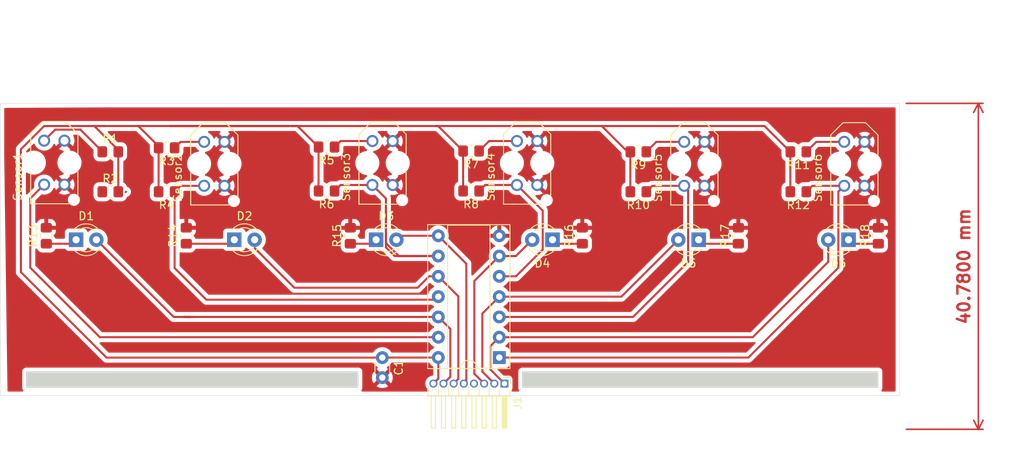
<source format=kicad_pcb>
(kicad_pcb (version 20240108) (generator "pcbnew") (generator_version "8.0")
  (layers (0 "F.Cu" signal) (31 "B.Cu" signal) (34 "B.Paste" user) (35 "F.Paste" user) (36 "B.SilkS" user "B.Silkscreen") (37 "F.SilkS" user "F.Silkscreen") (38 "B.Mask" user) (39 "F.Mask" user) (44 "Edge.Cuts" user))
  (net 0 "")
  (net 1 "vcc")
  (net 2 "GND")
  (net 3 "Net-(D1-K)")
  (net 4 "/Led_Sensor1")
  (net 5 "Net-(D2-K)")
  (net 6 "/Led_Sensor2")
  (net 7 "/Led_Sensor3")
  (net 8 "Net-(D3-K)")
  (net 9 "/Led_Sensor4")
  (net 10 "Net-(D4-K)")
  (net 11 "/Led_Sensor5")
  (net 12 "Net-(D5-K)")
  (net 13 "/Led_Sensor6")
  (net 14 "Net-(D6-K)")
  (net 15 "Net-(R1-Pad1)")
  (net 16 "/Sensor1")
  (net 17 "Net-(R3-Pad1)")
  (net 18 "/Sensor2")
  (net 19 "Net-(R5-Pad1)")
  (net 20 "/Sensor3")
  (net 21 "Net-(R7-Pad1)")
  (net 22 "/Sensor4")
  (net 23 "Net-(R9-Pad1)")
  (net 24 "/Sensor5")
  (net 25 "Net-(R11-Pad1)")
  (net 26 "/Sensor6")
  (footprint "Resistor_SMD:R_0805_2012Metric_Pad1.20x1.40mm_HandSolder" (layer "F.Cu") (at 127.1 38.9 180)
    (property "Reference" "R8" (at 0 -1.65 180) (layer "F.SilkS"))
    (property "Value" "10k")
    (fp_line (start -0.227064 0.735) (end 0.227064 0.735) (stroke (width 0.12)) (layer "F.SilkS"))
    (fp_line (start -0.227064 -0.735) (end 0.227064 -0.735) (stroke (width 0.12)) (layer "F.SilkS"))
    (pad "1" smd roundrect (at -1 0 180) (size 1.2 1.4) (layers "F.Cu" "F.Paste" "F.Mask") (roundrect_rratio 0.208333) (net 22 "/Sensor4"))
    (pad "2" smd roundrect (at 1 0 180) (size 1.2 1.4) (layers "F.Cu" "F.Paste" "F.Mask") (roundrect_rratio 0.208333) (net 1 "vcc"))
  )
  (footprint "Connector_PinHeader_1.27mm:PinHeader_1x08_P1.27mm_Horizontal" (layer "F.Cu") (at 131.27 63 -90)
    (property "Reference" "J1" (at 2.4325 -1.635 90) (layer "F.SilkS"))
    (property "Value" "Conn_01x08_Pin")
    (fp_line (start 0.44 9.585) (end 0.44 9.509677) (stroke (width 0.12)) (layer "F.SilkS"))
    (fp_line (start 1.56 9.585) (end 0.44 9.585) (stroke (width 0.12)) (layer "F.SilkS"))
    (fp_line (start 5.56 9.15) (end 1.56 9.15) (stroke (width 0.12)) (layer "F.SilkS"))
    (fp_line (start 1.56 8.63) (end 5.56 8.63) (stroke (width 0.12)) (layer "F.SilkS"))
    (fp_line (start 5.56 8.63) (end 5.56 9.15) (stroke (width 0.12)) (layer "F.SilkS"))
    (fp_line (start 0.44 8.255) (end 1.56 8.255) (stroke (width 0.12)) (layer "F.SilkS"))
    (fp_line (start 0.44 8.239677) (end 0.44 8.270323) (stroke (width 0.12)) (layer "F.SilkS"))
    (fp_line (start 5.56 7.88) (end 1.56 7.88) (stroke (width 0.12)) (layer "F.SilkS"))
    (fp_line (start 1.56 7.36) (end 5.56 7.36) (stroke (width 0.12)) (layer "F.SilkS"))
    (fp_line (start 5.56 7.36) (end 5.56 7.88) (stroke (width 0.12)) (layer "F.SilkS"))
    (fp_line (start 0.44 6.985) (end 1.56 6.985) (stroke (width 0.12)) (layer "F.SilkS"))
    (fp_line (start 0.44 6.969677) (end 0.44 7.000323) (stroke (width 0.12)) (layer "F.SilkS"))
    (fp_line (start 5.56 6.61) (end 1.56 6.61) (stroke (width 0.12)) (layer "F.SilkS"))
    (fp_line (start 1.56 6.09) (end 5.56 6.09) (stroke (width 0.12)) (layer "F.SilkS"))
    (fp_line (start 5.56 6.09) (end 5.56 6.61) (stroke (width 0.12)) (layer "F.SilkS"))
    (fp_line (start 0.44 5.715) (end 1.56 5.715) (stroke (width 0.12)) (layer "F.SilkS"))
    (fp_line (start 0.44 5.699677) (end 0.44 5.730323) (stroke (width 0.12)) (layer "F.SilkS"))
    (fp_line (start 5.56 5.34) (end 1.56 5.34) (stroke (width 0.12)) (layer "F.SilkS"))
    (fp_line (start 1.56 4.82) (end 5.56 4.82) (stroke (width 0.12)) (layer "F.SilkS"))
    (fp_line (start 5.56 4.82) (end 5.56 5.34) (stroke (width 0.12)) (layer "F.SilkS"))
    (fp_line (start 0.44 4.445) (end 1.56 4.445) (stroke (width 0.12)) (layer "F.SilkS"))
    (fp_line (start 0.44 4.429677) (end 0.44 4.460323) (stroke (width 0.12)) (layer "F.SilkS"))
    (fp_line (start 5.56 4.07) (end 1.56 4.07) (stroke (width 0.12)) (layer "F.SilkS"))
    (fp_line (start 1.56 3.55) (end 5.56 3.55) (stroke (width 0.12)) (layer "F.SilkS"))
    (fp_line (start 5.56 3.55) (end 5.56 4.07) (stroke (width 0.12)) (layer "F.SilkS"))
    (fp_line (start 0.44 3.175) (end 1.56 3.175) (stroke (width 0.12)) (layer "F.SilkS"))
    (fp_line (start 0.44 3.159677) (end 0.44 3.190323) (stroke (width 0.12)) (layer "F.SilkS"))
    (fp_line (start 5.56 2.8) (end 1.56 2.8) (stroke (width 0.12)) (layer "F.SilkS"))
    (fp_line (start 1.56 2.28) (end 5.56 2.28) (stroke (width 0.12)) (layer "F.SilkS"))
    (fp_line (start 5.56 2.28) (end 5.56 2.8) (stroke (width 0.12)) (layer "F.SilkS"))
    (fp_line (start 0.44 1.905) (end 1.56 1.905) (stroke (width 0.12)) (layer "F.SilkS"))
    (fp_line (start 0.44 1.889677) (end 0.44 1.920323) (stroke (width 0.12)) (layer "F.SilkS"))
    (fp_line (start 5.56 1.53) (end 1.56 1.53) (stroke (width 0.12)) (layer "F.SilkS"))
    (fp_line (start 1.56 1.01) (end 5.56 1.01) (stroke (width 0.12)) (layer "F.SilkS"))
    (fp_line (start 5.56 1.01) (end 5.56 1.53) (stroke (width 0.12)) (layer "F.SilkS"))
    (fp_line (start 0.76 0.635) (end 1.56 0.635) (stroke (width 0.12)) (layer "F.SilkS"))
    (fp_line (start 5.56 0.26) (end 1.56 0.26) (stroke (width 0.12)) (layer "F.SilkS"))
    (fp_line (start 1.56 0.16) (end 5.56 0.16) (stroke (width 0.12)) (layer "F.SilkS"))
    (fp_line (start 1.56 0.04) (end 5.56 0.04) (stroke (width 0.12)) (layer "F.SilkS"))
    (fp_line (start -0.76 0) (end -0.76 -0.76) (stroke (width 0.12)) (layer "F.SilkS"))
    (fp_line (start 1.56 -0.08) (end 5.56 -0.08) (stroke (width 0.12)) (layer "F.SilkS"))
    (fp_line (start 1.56 -0.2) (end 5.56 -0.2) (stroke (width 0.12)) (layer "F.SilkS"))
    (fp_line (start 1.56 -0.26) (end 5.56 -0.26) (stroke (width 0.12)) (layer "F.SilkS"))
    (fp_line (start 5.56 -0.26) (end 5.56 0.26) (stroke (width 0.12)) (layer "F.SilkS"))
    (fp_line (start 0.76 -0.695) (end 1.56 -0.695) (stroke (width 0.12)) (layer "F.SilkS"))
    (fp_line (start 1.56 -0.695) (end 1.56 9.585) (stroke (width 0.12)) (layer "F.SilkS"))
    (fp_line (start -0.76 -0.76) (end 0 -0.76) (stroke (width 0.12)) (layer "F.SilkS"))
    (pad "1" thru_hole rect (at 0 0 270) (size 1 1) (drill 0.65) (layers "*.Cu" "*.Mask") (net 13 "/Led_Sensor6"))
    (pad "2" thru_hole oval (at 0 1.27 270) (size 1 1) (drill 0.65) (layers "*.Cu" "*.Mask") (net 11 "/Led_Sensor5"))
    (pad "3" thru_hole oval (at 0 2.54 270) (size 1 1) (drill 0.65) (layers "*.Cu" "*.Mask") (net 9 "/Led_Sensor4"))
    (pad "4" thru_hole oval (at 0 3.81 270) (size 1 1) (drill 0.65) (layers "*.Cu" "*.Mask") (net 2 "GND"))
    (pad "5" thru_hole oval (at 0 5.08 270) (size 1 1) (drill 0.65) (layers "*.Cu" "*.Mask") (net 7 "/Led_Sensor3"))
    (pad "6" thru_hole oval (at 0 6.35 270) (size 1 1) (drill 0.65) (layers "*.Cu" "*.Mask") (net 6 "/Led_Sensor2"))
    (pad "7" thru_hole oval (at 0 7.62 270) (size 1 1) (drill 0.65) (layers "*.Cu" "*.Mask") (net 4 "/Led_Sensor1"))
    (pad "8" thru_hole oval (at 0 8.89 270) (size 1 1) (drill 0.65) (layers "*.Cu" "*.Mask") (net 1 "vcc"))
  )
  (footprint "TCRT5000:OPTO_TCRT5000" (layer "F.Cu") (at 116.03 35.4 90)
    (property "Reference" "Sensor3" (at -1.76355 -4.57476 90) (layer "F.SilkS") (effects (font (size 1.004126 1.004126))))
    (property "Value" "TCRT5000")
    (fp_line (start 3.6 -2.95) (end 1.17 -2.95) (stroke (width 0.127)) (layer "F.SilkS"))
    (fp_line (start 3.6 -2.95) (end 5.15 -1.4) (stroke (width 0.127)) (layer "F.SilkS"))
    (fp_line (start -5.15 -2.95) (end -1.17 -2.95) (stroke (width 0.127)) (layer "F.SilkS"))
    (fp_line (start 5.15 1.4) (end 5.15 -1.4) (stroke (width 0.127)) (layer "F.SilkS"))
    (fp_line (start -5.15 1.8) (end -5.15 -2.95) (stroke (width 0.127)) (layer "F.SilkS"))
    (fp_line (start 3.6 2.95) (end 5.15 1.4) (stroke (width 0.127)) (layer "F.SilkS"))
    (fp_line (start 1.17 2.95) (end 3.6 2.95) (stroke (width 0.127)) (layer "F.SilkS"))
    (fp_line (start -4 2.95) (end -1.17 2.95) (stroke (width 0.127)) (layer "F.SilkS"))
    (pad "" np_thru_hole circle (at -4.65 2.45 90) (size 1 1) (drill 1) (layers "*.Cu" "*.Mask"))
    (pad "" np_thru_hole circle (at 0 -1.9 90) (size 2.5 2.5) (drill 2.5) (layers "*.Cu" "*.Mask"))
    (pad "" np_thru_hole circle (at 0 1.9 90) (size 2.5 2.5) (drill 2.5) (layers "*.Cu" "*.Mask"))
    (pad "A" thru_hole circle (at 2.75 -1.27 90) (size 1.5 1.5) (drill 1) (layers "*.Cu" "*.Mask") (net 19 "Net-(R5-Pad1)"))
    (pad "CATH" thru_hole circle (at 2.75 1.27 90) (size 1.5 1.5) (drill 1) (layers "*.Cu" "*.Mask") (net 2 "GND"))
    (pad "COLL" thru_hole circle (at -2.75 -1.27 90) (size 1.5 1.5) (drill 1) (layers "*.Cu" "*.Mask") (net 20 "/Sensor3"))
    (pad "E" thru_hole circle (at -2.75 1.27 90) (size 1.5 1.5) (drill 1) (layers "*.Cu" "*.Mask") (net 2 "GND"))
  )
  (footprint "TCRT5000:OPTO_TCRT5000" (layer "F.Cu") (at 95 35.5 90)
    (property "Reference" "Sensor2" (at -1.76355 -4.57476 90) (layer "F.SilkS") (effects (font (size 1.004126 1.004126))))
    (property "Value" "TCRT5000")
    (fp_line (start 3.6 -2.95) (end 1.17 -2.95) (stroke (width 0.127)) (layer "F.SilkS"))
    (fp_line (start 3.6 -2.95) (end 5.15 -1.4) (stroke (width 0.127)) (layer "F.SilkS"))
    (fp_line (start -5.15 -2.95) (end -1.17 -2.95) (stroke (width 0.127)) (layer "F.SilkS"))
    (fp_line (start 5.15 1.4) (end 5.15 -1.4) (stroke (width 0.127)) (layer "F.SilkS"))
    (fp_line (start -5.15 1.8) (end -5.15 -2.95) (stroke (width 0.127)) (layer "F.SilkS"))
    (fp_line (start 3.6 2.95) (end 5.15 1.4) (stroke (width 0.127)) (layer "F.SilkS"))
    (fp_line (start 1.17 2.95) (end 3.6 2.95) (stroke (width 0.127)) (layer "F.SilkS"))
    (fp_line (start -4 2.95) (end -1.17 2.95) (stroke (width 0.127)) (layer "F.SilkS"))
    (pad "" np_thru_hole circle (at -4.65 2.45 90) (size 1 1) (drill 1) (layers "*.Cu" "*.Mask"))
    (pad "" np_thru_hole circle (at 0 -1.9 90) (size 2.5 2.5) (drill 2.5) (layers "*.Cu" "*.Mask"))
    (pad "" np_thru_hole circle (at 0 1.9 90) (size 2.5 2.5) (drill 2.5) (layers "*.Cu" "*.Mask"))
    (pad "A" thru_hole circle (at 2.75 -1.27 90) (size 1.5 1.5) (drill 1) (layers "*.Cu" "*.Mask") (net 17 "Net-(R3-Pad1)"))
    (pad "CATH" thru_hole circle (at 2.75 1.27 90) (size 1.5 1.5) (drill 1) (layers "*.Cu" "*.Mask") (net 2 "GND"))
    (pad "COLL" thru_hole circle (at -2.75 -1.27 90) (size 1.5 1.5) (drill 1) (layers "*.Cu" "*.Mask") (net 18 "/Sensor2"))
    (pad "E" thru_hole circle (at -2.75 1.27 90) (size 1.5 1.5) (drill 1) (layers "*.Cu" "*.Mask") (net 2 "GND"))
  )
  (footprint "Resistor_SMD:R_0805_2012Metric_Pad1.20x1.40mm_HandSolder" (layer "F.Cu") (at 112 44.5 90)
    (property "Reference" "R15" (at 0 -1.65 90) (layer "F.SilkS"))
    (property "Value" "1k")
    (fp_line (start -0.227064 -0.735) (end 0.227064 -0.735) (stroke (width 0.12)) (layer "F.SilkS"))
    (fp_line (start -0.227064 0.735) (end 0.227064 0.735) (stroke (width 0.12)) (layer "F.SilkS"))
    (pad "1" smd roundrect (at -1 0 90) (size 1.2 1.4) (layers "F.Cu" "F.Paste" "F.Mask") (roundrect_rratio 0.208333) (net 8 "Net-(D3-K)"))
    (pad "2" smd roundrect (at 1 0 90) (size 1.2 1.4) (layers "F.Cu" "F.Paste" "F.Mask") (roundrect_rratio 0.208333) (net 2 "GND"))
  )
  (footprint "Resistor_SMD:R_0805_2012Metric_Pad1.20x1.40mm_HandSolder" (layer "F.Cu") (at 127.1 33.9 180)
    (property "Reference" "R7" (at 0 -1.65 180) (layer "F.SilkS"))
    (property "Value" "10k")
    (fp_line (start -0.227064 0.735) (end 0.227064 0.735) (stroke (width 0.12)) (layer "F.SilkS"))
    (fp_line (start -0.227064 -0.735) (end 0.227064 -0.735) (stroke (width 0.12)) (layer "F.SilkS"))
    (pad "1" smd roundrect (at -1 0 180) (size 1.2 1.4) (layers "F.Cu" "F.Paste" "F.Mask") (roundrect_rratio 0.208333) (net 21 "Net-(R7-Pad1)"))
    (pad "2" smd roundrect (at 1 0 180) (size 1.2 1.4) (layers "F.Cu" "F.Paste" "F.Mask") (roundrect_rratio 0.208333) (net 1 "vcc"))
  )
  (footprint "TCRT5000:OPTO_TCRT5000" (layer "F.Cu") (at 175 35.5 90)
    (property "Reference" "Sensor6" (at -1.76355 -4.57476 90) (layer "F.SilkS") (effects (font (size 1.004126 1.004126))))
    (property "Value" "TCRT5000")
    (fp_line (start 3.6 -2.95) (end 1.17 -2.95) (stroke (width 0.127)) (layer "F.SilkS"))
    (fp_line (start 3.6 -2.95) (end 5.15 -1.4) (stroke (width 0.127)) (layer "F.SilkS"))
    (fp_line (start -5.15 -2.95) (end -1.17 -2.95) (stroke (width 0.127)) (layer "F.SilkS"))
    (fp_line (start 5.15 1.4) (end 5.15 -1.4) (stroke (width 0.127)) (layer "F.SilkS"))
    (fp_line (start -5.15 1.8) (end -5.15 -2.95) (stroke (width 0.127)) (layer "F.SilkS"))
    (fp_line (start 3.6 2.95) (end 5.15 1.4) (stroke (width 0.127)) (layer "F.SilkS"))
    (fp_line (start 1.17 2.95) (end 3.6 2.95) (stroke (width 0.127)) (layer "F.SilkS"))
    (fp_line (start -4 2.95) (end -1.17 2.95) (stroke (width 0.127)) (layer "F.SilkS"))
    (pad "" np_thru_hole circle (at -4.65 2.45 90) (size 1 1) (drill 1) (layers "*.Cu" "*.Mask"))
    (pad "" np_thru_hole circle (at 0 -1.9 90) (size 2.5 2.5) (drill 2.5) (layers "*.Cu" "*.Mask"))
    (pad "" np_thru_hole circle (at 0 1.9 90) (size 2.5 2.5) (drill 2.5) (layers "*.Cu" "*.Mask"))
    (pad "A" thru_hole circle (at 2.75 -1.27 90) (size 1.5 1.5) (drill 1) (layers "*.Cu" "*.Mask") (net 25 "Net-(R11-Pad1)"))
    (pad "CATH" thru_hole circle (at 2.75 1.27 90) (size 1.5 1.5) (drill 1) (layers "*.Cu" "*.Mask") (net 2 "GND"))
    (pad "COLL" thru_hole circle (at -2.75 -1.27 90) (size 1.5 1.5) (drill 1) (layers "*.Cu" "*.Mask") (net 26 "/Sensor6"))
    (pad "E" thru_hole circle (at -2.75 1.27 90) (size 1.5 1.5) (drill 1) (layers "*.Cu" "*.Mask") (net 2 "GND"))
  )
  (footprint "LED_THT:LED_D3.0mm" (layer "F.Cu") (at 97.5 45)
    (property "Reference" "D2" (at 1.27 -2.96 360) (layer "F.SilkS"))
    (property "Value" "LED")
    (fp_line (start -0.29 -1.236) (end -0.29 -1.08) (stroke (width 0.12)) (layer "F.SilkS"))
    (fp_line (start -0.29 1.08) (end -0.29 1.236) (stroke (width 0.12)) (layer "F.SilkS"))
    (fp_arc (start -0.29 -1.235516) (mid 1.366487 -1.987659) (end 2.942335 -1.078608) (stroke (width 0.12)) (layer "F.SilkS"))
    (fp_arc (start 0.229039 -1.08) (mid 1.270117 -1.5) (end 2.31113 -1.079837) (stroke (width 0.12)) (layer "F.SilkS"))
    (fp_arc (start 2.31113 1.079837) (mid 1.270117 1.5) (end 0.229039 1.08) (stroke (width 0.12)) (layer "F.SilkS"))
    (fp_arc (start 2.942335 1.078608) (mid 1.366487 1.987659) (end -0.29 1.235516) (stroke (width 0.12)) (layer "F.SilkS"))
    (pad "1" thru_hole rect (at 0 0) (size 1.8 1.8) (drill 0.9) (layers "*.Cu" "*.Mask") (net 5 "Net-(D2-K)"))
    (pad "2" thru_hole circle (at 2.54 0) (size 1.8 1.8) (drill 0.9) (layers "*.Cu" "*.Mask") (net 6 "/Led_Sensor2"))
  )
  (footprint "Resistor_SMD:R_0805_2012Metric_Pad1.20x1.40mm_HandSolder" (layer "F.Cu") (at 178 44.5 90)
    (property "Reference" "R18" (at 0 -1.65 90) (layer "F.SilkS"))
    (property "Value" "1k")
    (fp_line (start -0.227064 -0.735) (end 0.227064 -0.735) (stroke (width 0.12)) (layer "F.SilkS"))
    (fp_line (start -0.227064 0.735) (end 0.227064 0.735) (stroke (width 0.12)) (layer "F.SilkS"))
    (pad "1" smd roundrect (at -1 0 90) (size 1.2 1.4) (layers "F.Cu" "F.Paste" "F.Mask") (roundrect_rratio 0.208333) (net 14 "Net-(D6-K)"))
    (pad "2" smd roundrect (at 1 0 90) (size 1.2 1.4) (layers "F.Cu" "F.Paste" "F.Mask") (roundrect_rratio 0.208333) (net 2 "GND"))
  )
  (footprint "Resistor_SMD:R_0805_2012Metric_Pad1.20x1.40mm_HandSolder" (layer "F.Cu") (at 109.03 38.9 180)
    (property "Reference" "R6" (at 0 -1.65 180) (layer "F.SilkS"))
    (property "Value" "10k")
    (fp_line (start -0.227064 0.735) (end 0.227064 0.735) (stroke (width 0.12)) (layer "F.SilkS"))
    (fp_line (start -0.227064 -0.735) (end 0.227064 -0.735) (stroke (width 0.12)) (layer "F.SilkS"))
    (pad "1" smd roundrect (at -1 0 180) (size 1.2 1.4) (layers "F.Cu" "F.Paste" "F.Mask") (roundrect_rratio 0.208333) (net 20 "/Sensor3"))
    (pad "2" smd roundrect (at 1 0 180) (size 1.2 1.4) (layers "F.Cu" "F.Paste" "F.Mask") (roundrect_rratio 0.208333) (net 1 "vcc"))
  )
  (footprint "LED_THT:LED_D3.0mm" (layer "F.Cu") (at 115.225 45)
    (property "Reference" "D3" (at 1.27 -2.96 0) (layer "F.SilkS"))
    (property "Value" "LED")
    (fp_line (start -0.29 -1.236) (end -0.29 -1.08) (stroke (width 0.12)) (layer "F.SilkS"))
    (fp_line (start -0.29 1.08) (end -0.29 1.236) (stroke (width 0.12)) (layer "F.SilkS"))
    (fp_arc (start -0.29 -1.235516) (mid 1.366487 -1.987659) (end 2.942335 -1.078608) (stroke (width 0.12)) (layer "F.SilkS"))
    (fp_arc (start 0.229039 -1.08) (mid 1.270117 -1.5) (end 2.31113 -1.079837) (stroke (width 0.12)) (layer "F.SilkS"))
    (fp_arc (start 2.31113 1.079837) (mid 1.270117 1.5) (end 0.229039 1.08) (stroke (width 0.12)) (layer "F.SilkS"))
    (fp_arc (start 2.942335 1.078608) (mid 1.366487 1.987659) (end -0.29 1.235516) (stroke (width 0.12)) (layer "F.SilkS"))
    (pad "1" thru_hole rect (at 0 0) (size 1.8 1.8) (drill 0.9) (layers "*.Cu" "*.Mask") (net 8 "Net-(D3-K)"))
    (pad "2" thru_hole circle (at 2.54 0) (size 1.8 1.8) (drill 0.9) (layers "*.Cu" "*.Mask") (net 7 "/Led_Sensor3"))
  )
  (footprint "LED_THT:LED_D3.0mm" (layer "F.Cu") (at 174.275 45 180)
    (property "Reference" "D6" (at 1.27 -2.96 0) (layer "F.SilkS"))
    (property "Value" "LED")
    (fp_line (start -0.29 1.08) (end -0.29 1.236) (stroke (width 0.12)) (layer "F.SilkS"))
    (fp_line (start -0.29 -1.236) (end -0.29 -1.08) (stroke (width 0.12)) (layer "F.SilkS"))
    (fp_arc (start 2.942335 1.078608) (mid 1.366487 1.987659) (end -0.29 1.235516) (stroke (width 0.12)) (layer "F.SilkS"))
    (fp_arc (start 2.31113 1.079837) (mid 1.270117 1.5) (end 0.229039 1.08) (stroke (width 0.12)) (layer "F.SilkS"))
    (fp_arc (start 0.229039 -1.08) (mid 1.270117 -1.5) (end 2.31113 -1.079837) (stroke (width 0.12)) (layer "F.SilkS"))
    (fp_arc (start -0.29 -1.235516) (mid 1.366487 -1.987659) (end 2.942335 -1.078608) (stroke (width 0.12)) (layer "F.SilkS"))
    (pad "1" thru_hole rect (at 0 0 180) (size 1.8 1.8) (drill 0.9) (layers "*.Cu" "*.Mask") (net 14 "Net-(D6-K)"))
    (pad "2" thru_hole circle (at 2.54 0 180) (size 1.8 1.8) (drill 0.9) (layers "*.Cu" "*.Mask") (net 13 "/Led_Sensor6"))
  )
  (footprint "Resistor_SMD:R_0805_2012Metric_Pad1.20x1.40mm_HandSolder" (layer "F.Cu") (at 74 44.5 90)
    (property "Reference" "R13" (at 0 -1.65 90) (layer "F.SilkS"))
    (property "Value" "1k")
    (fp_line (start -0.227064 -0.735) (end 0.227064 -0.735) (stroke (width 0.12)) (layer "F.SilkS"))
    (fp_line (start -0.227064 0.735) (end 0.227064 0.735) (stroke (width 0.12)) (layer "F.SilkS"))
    (pad "1" smd roundrect (at -1 0 90) (size 1.2 1.4) (layers "F.Cu" "F.Paste" "F.Mask") (roundrect_rratio 0.208333) (net 3 "Net-(D1-K)"))
    (pad "2" smd roundrect (at 1 0 90) (size 1.2 1.4) (layers "F.Cu" "F.Paste" "F.Mask") (roundrect_rratio 0.208333) (net 2 "GND"))
  )
  (footprint "Resistor_SMD:R_0805_2012Metric_Pad1.20x1.40mm_HandSolder" (layer "F.Cu") (at 89.04 33.5 180)
    (property "Reference" "R3" (at 0 -1.65 180) (layer "F.SilkS"))
    (property "Value" "10k")
    (fp_line (start -0.227064 0.735) (end 0.227064 0.735) (stroke (width 0.12)) (layer "F.SilkS"))
    (fp_line (start -0.227064 -0.735) (end 0.227064 -0.735) (stroke (width 0.12)) (layer "F.SilkS"))
    (pad "1" smd roundrect (at -1 0 180) (size 1.2 1.4) (layers "F.Cu" "F.Paste" "F.Mask") (roundrect_rratio 0.208333) (net 17 "Net-(R3-Pad1)"))
    (pad "2" smd roundrect (at 1 0 180) (size 1.2 1.4) (layers "F.Cu" "F.Paste" "F.Mask") (roundrect_rratio 0.208333) (net 1 "vcc"))
  )
  (footprint "LED_THT:LED_D3.0mm" (layer "F.Cu") (at 137.275 45 180)
    (property "Reference" "D4" (at 1.27 -2.96 0) (layer "F.SilkS"))
    (property "Value" "LED")
    (fp_line (start -0.29 1.08) (end -0.29 1.236) (stroke (width 0.12)) (layer "F.SilkS"))
    (fp_line (start -0.29 -1.236) (end -0.29 -1.08) (stroke (width 0.12)) (layer "F.SilkS"))
    (fp_arc (start 2.942335 1.078608) (mid 1.366487 1.987659) (end -0.29 1.235516) (stroke (width 0.12)) (layer "F.SilkS"))
    (fp_arc (start 2.31113 1.079837) (mid 1.270117 1.5) (end 0.229039 1.08) (stroke (width 0.12)) (layer "F.SilkS"))
    (fp_arc (start 0.229039 -1.08) (mid 1.270117 -1.5) (end 2.31113 -1.079837) (stroke (width 0.12)) (layer "F.SilkS"))
    (fp_arc (start -0.29 -1.235516) (mid 1.366487 -1.987659) (end 2.942335 -1.078608) (stroke (width 0.12)) (layer "F.SilkS"))
    (pad "1" thru_hole rect (at 0 0 180) (size 1.8 1.8) (drill 0.9) (layers "*.Cu" "*.Mask") (net 10 "Net-(D4-K)"))
    (pad "2" thru_hole circle (at 2.54 0 180) (size 1.8 1.8) (drill 0.9) (layers "*.Cu" "*.Mask") (net 9 "/Led_Sensor4"))
  )
  (footprint "Resistor_SMD:R_0805_2012Metric_Pad1.20x1.40mm_HandSolder" (layer "F.Cu") (at 160.5 44.5 90)
    (property "Reference" "R17" (at 0 -1.65 90) (layer "F.SilkS"))
    (property "Value" "1k")
    (fp_line (start -0.227064 -0.735) (end 0.227064 -0.735) (stroke (width 0.12)) (layer "F.SilkS"))
    (fp_line (start -0.227064 0.735) (end 0.227064 0.735) (stroke (width 0.12)) (layer "F.SilkS"))
    (pad "1" smd roundrect (at -1 0 90) (size 1.2 1.4) (layers "F.Cu" "F.Paste" "F.Mask") (roundrect_rratio 0.208333) (net 12 "Net-(D5-K)"))
    (pad "2" smd roundrect (at 1 0 90) (size 1.2 1.4) (layers "F.Cu" "F.Paste" "F.Mask") (roundrect_rratio 0.208333) (net 2 "GND"))
  )
  (footprint "Resistor_SMD:R_0805_2012Metric_Pad1.20x1.40mm_HandSolder" (layer "F.Cu") (at 148 39 180)
    (property "Reference" "R10" (at 0 -1.65 180) (layer "F.SilkS"))
    (property "Value" "10k")
    (fp_line (start -0.227064 0.735) (end 0.227064 0.735) (stroke (width 0.12)) (layer "F.SilkS"))
    (fp_line (start -0.227064 -0.735) (end 0.227064 -0.735) (stroke (width 0.12)) (layer "F.SilkS"))
    (pad "1" smd roundrect (at -1 0 180) (size 1.2 1.4) (layers "F.Cu" "F.Paste" "F.Mask") (roundrect_rratio 0.208333) (net 24 "/Sensor5"))
    (pad "2" smd roundrect (at 1 0 180) (size 1.2 1.4) (layers "F.Cu" "F.Paste" "F.Mask") (roundrect_rratio 0.208333) (net 1 "vcc"))
  )
  (footprint "Resistor_SMD:R_0805_2012Metric_Pad1.20x1.40mm_HandSolder" (layer "F.Cu") (at 91.5 44.5 90)
    (property "Reference" "R14" (at 0 -1.65 90) (layer "F.SilkS"))
    (property "Value" "1k")
    (fp_line (start -0.227064 -0.735) (end 0.227064 -0.735) (stroke (width 0.12)) (layer "F.SilkS"))
    (fp_line (start -0.227064 0.735) (end 0.227064 0.735) (stroke (width 0.12)) (layer "F.SilkS"))
    (pad "1" smd roundrect (at -1 0 90) (size 1.2 1.4) (layers "F.Cu" "F.Paste" "F.Mask") (roundrect_rratio 0.208333) (net 5 "Net-(D2-K)"))
    (pad "2" smd roundrect (at 1 0 90) (size 1.2 1.4) (layers "F.Cu" "F.Paste" "F.Mask") (roundrect_rratio 0.208333) (net 2 "GND"))
  )
  (footprint "Resistor_SMD:R_0805_2012Metric_Pad1.20x1.40mm_HandSolder" (layer "F.Cu") (at 141 44.5 90)
    (property "Reference" "R16" (at 0 -1.65 90) (layer "F.SilkS"))
    (property "Value" "1k")
    (fp_line (start -0.227064 -0.735) (end 0.227064 -0.735) (stroke (width 0.12)) (layer "F.SilkS"))
    (fp_line (start -0.227064 0.735) (end 0.227064 0.735) (stroke (width 0.12)) (layer "F.SilkS"))
    (pad "1" smd roundrect (at -1 0 90) (size 1.2 1.4) (layers "F.Cu" "F.Paste" "F.Mask") (roundrect_rratio 0.208333) (net 10 "Net-(D4-K)"))
    (pad "2" smd roundrect (at 1 0 90) (size 1.2 1.4) (layers "F.Cu" "F.Paste" "F.Mask") (roundrect_rratio 0.208333) (net 2 "GND"))
  )
  (footprint "Resistor_SMD:R_0805_2012Metric_Pad1.20x1.40mm_HandSolder" (layer "F.Cu") (at 82 39)
    (property "Reference" "R2" (at 0 -1.65 0) (layer "F.SilkS"))
    (property "Value" "10k")
    (fp_line (start -0.227064 -0.735) (end 0.227064 -0.735) (stroke (width 0.12)) (layer "F.SilkS"))
    (fp_line (start -0.227064 0.735) (end 0.227064 0.735) (stroke (width 0.12)) (layer "F.SilkS"))
    (pad "1" smd roundrect (at -1 0) (size 1.2 1.4) (layers "F.Cu" "F.Paste" "F.Mask") (roundrect_rratio 0.208333) (net 16 "/Sensor1"))
    (pad "2" smd roundrect (at 1 0) (size 1.2 1.4) (layers "F.Cu" "F.Paste" "F.Mask") (roundrect_rratio 0.208333) (net 1 "vcc"))
  )
  (footprint "Resistor_SMD:R_0805_2012Metric_Pad1.20x1.40mm_HandSolder" (layer "F.Cu") (at 109.03 33.4 180)
    (property "Reference" "R5" (at 0 -1.65 360) (layer "F.SilkS"))
    (property "Value" "10k")
    (fp_line (start -0.227064 0.735) (end 0.227064 0.735) (stroke (width 0.12)) (layer "F.SilkS"))
    (fp_line (start -0.227064 -0.735) (end 0.227064 -0.735) (stroke (width 0.12)) (layer "F.SilkS"))
    (pad "1" smd roundrect (at -1 0 180) (size 1.2 1.4) (layers "F.Cu" "F.Paste" "F.Mask") (roundrect_rratio 0.208333) (net 19 "Net-(R5-Pad1)"))
    (pad "2" smd roundrect (at 1 0 180) (size 1.2 1.4) (layers "F.Cu" "F.Paste" "F.Mask") (roundrect_rratio 0.208333) (net 1 "vcc"))
  )
  (footprint "TCRT5000:OPTO_TCRT5000" (layer "F.Cu") (at 155 35.5 90)
    (property "Reference" "Sensor5" (at -1.76355 -4.57476 90) (layer "F.SilkS") (effects (font (size 1.004126 1.004126))))
    (property "Value" "TCRT5000")
    (fp_line (start 3.6 -2.95) (end 1.17 -2.95) (stroke (width 0.127)) (layer "F.SilkS"))
    (fp_line (start 3.6 -2.95) (end 5.15 -1.4) (stroke (width 0.127)) (layer "F.SilkS"))
    (fp_line (start -5.15 -2.95) (end -1.17 -2.95) (stroke (width 0.127)) (layer "F.SilkS"))
    (fp_line (start 5.15 1.4) (end 5.15 -1.4) (stroke (width 0.127)) (layer "F.SilkS"))
    (fp_line (start -5.15 1.8) (end -5.15 -2.95) (stroke (width 0.127)) (layer "F.SilkS"))
    (fp_line (start 3.6 2.95) (end 5.15 1.4) (stroke (width 0.127)) (layer "F.SilkS"))
    (fp_line (start 1.17 2.95) (end 3.6 2.95) (stroke (width 0.127)) (layer "F.SilkS"))
    (fp_line (start -4 2.95) (end -1.17 2.95) (stroke (width 0.127)) (layer "F.SilkS"))
    (pad "" np_thru_hole circle (at -4.65 2.45 90) (size 1 1) (drill 1) (layers "*.Cu" "*.Mask"))
    (pad "" np_thru_hole circle (at 0 -1.9 90) (size 2.5 2.5) (drill 2.5) (layers "*.Cu" "*.Mask"))
    (pad "" np_thru_hole circle (at 0 1.9 90) (size 2.5 2.5) (drill 2.5) (layers "*.Cu" "*.Mask"))
    (pad "A" thru_hole circle (at 2.75 -1.27 90) (size 1.5 1.5) (drill 1) (layers "*.Cu" "*.Mask") (net 23 "Net-(R9-Pad1)"))
    (pad "CATH" thru_hole circle (at 2.75 1.27 90) (size 1.5 1.5) (drill 1) (layers "*.Cu" "*.Mask") (net 2 "GND"))
    (pad "COLL" thru_hole circle (at -2.75 -1.27 90) (size 1.5 1.5) (drill 1) (layers "*.Cu" "*.Mask") (net 24 "/Sensor5"))
    (pad "E" thru_hole circle (at -2.75 1.27 90) (size 1.5 1.5) (drill 1) (layers "*.Cu" "*.Mask") (net 2 "GND"))
  )
  (footprint "Resistor_SMD:R_0805_2012Metric_Pad1.20x1.40mm_HandSolder" (layer "F.Cu") (at 89.04 39 180)
    (property "Reference" "R4" (at 0 -1.65 180) (layer "F.SilkS"))
    (property "Value" "10k")
    (fp_line (start -0.227064 0.735) (end 0.227064 0.735) (stroke (width 0.12)) (layer "F.SilkS"))
    (fp_line (start -0.227064 -0.735) (end 0.227064 -0.735) (stroke (width 0.12)) (layer "F.SilkS"))
    (pad "1" smd roundrect (at -1 0 180) (size 1.2 1.4) (layers "F.Cu" "F.Paste" "F.Mask") (roundrect_rratio 0.208333) (net 18 "/Sensor2"))
    (pad "2" smd roundrect (at 1 0 180) (size 1.2 1.4) (layers "F.Cu" "F.Paste" "F.Mask") (roundrect_rratio 0.208333) (net 1 "vcc"))
  )
  (footprint "Package_DIP:DIP-14_W7.62mm_Socket" (layer "F.Cu") (at 130.62 59.74 180)
    (property "Reference" "U1" (hide yes))
    (property "Value" "74HC14DR2G")
    (fp_line (start 8.95 16.63) (end 8.95 -1.39) (stroke (width 0.12)) (layer "F.SilkS"))
    (fp_line (start 8.95 -1.39) (end -1.33 -1.39) (stroke (width 0.12)) (layer "F.SilkS"))
    (fp_line (start 6.46 16.57) (end 6.46 -1.33) (stroke (width 0.12)) (layer "F.SilkS"))
    (fp_line (start 6.46 -1.33) (end 4.81 -1.33) (stroke (width 0.12)) (layer "F.SilkS"))
    (fp_line (start 2.81 -1.33) (end 1.16 -1.33) (stroke (width 0.12)) (layer "F.SilkS"))
    (fp_line (start 1.16 16.57) (end 6.46 16.57) (stroke (width 0.12)) (layer "F.SilkS"))
    (fp_line (start 1.16 -1.33) (end 1.16 16.57) (stroke (width 0.12)) (layer "F.SilkS"))
    (fp_line (start -1.33 16.63) (end 8.95 16.63) (stroke (width 0.12)) (layer "F.SilkS"))
    (fp_line (start -1.33 -1.39) (end -1.33 16.63) (stroke (width 0.12)) (layer "F.SilkS"))
    (fp_arc (start 4.81 -1.33) (mid 3.81 -0.33) (end 2.81 -1.33) (stroke (width 0.12)) (layer "F.SilkS"))
    (pad "1" thru_hole rect (at 0 0 180) (size 1.6 1.6) (drill 0.8) (layers "*.Cu" "*.Mask") (net 26 "/Sensor6"))
    (pad "2" thru_hole oval (at 0 2.54 180) (size 1.6 1.6) (drill 0.8) (layers "*.Cu" "*.Mask") (net 13 "/Led_Sensor6"))
    (pad "3" thru_hole oval (at 0 5.08 180) (size 1.6 1.6) (drill 0.8) (layers "*.Cu" "*.Mask") (net 24 "/Sensor5"))
    (pad "4" thru_hole oval (at 0 7.62 180) (size 1.6 1.6) (drill 0.8) (layers "*.Cu" "*.Mask") (net 11 "/Led_Sensor5"))
    (pad "5" thru_hole oval (at 0 10.16 180) (size 1.6 1.6) (drill 0.8) (layers "*.Cu" "*.Mask") (net 22 "/Sensor4"))
    (pad "6" thru_hole oval (at 0 12.7 180) (size 1.6 1.6) (drill 0.8) (layers "*.Cu" "*.Mask") (net 9 "/Led_Sensor4"))
    (pad "7" thru_hole oval (at 0 15.24 180) (size 1.6 1.6) (drill 0.8) (layers "*.Cu" "*.Mask") (net 2 "GND"))
    (pad "8" thru_hole oval (at 7.62 15.24 180) (size 1.6 1.6) (drill 0.8) (layers "*.Cu" "*.Mask") (net 7 "/Led_Sensor3"))
    (pad "9" thru_hole oval (at 7.62 12.7 180) (size 1.6 1.6) (drill 0.8) (layers "*.Cu" "*.Mask") (net 20 "/Sensor3"))
    (pad "10" thru_hole oval (at 7.62 10.16 180) (size 1.6 1.6) (drill 0.8) (layers "*.Cu" "*.Mask") (net 6 "/Led_Sensor2"))
    (pad "11" thru_hole oval (at 7.62 7.62 180) (size 1.6 1.6) (drill 0.8) (layers "*.Cu" "*.Mask") (net 18 "/Sensor2"))
    (pad "12" thru_hole oval (at 7.62 5.08 180) (size 1.6 1.6) (drill 0.8) (layers "*.Cu" "*.Mask") (net 4 "/Led_Sensor1"))
    (pad "13" thru_hole oval (at 7.62 2.54 180) (size 1.6 1.6) (drill 0.8) (layers "*.Cu" "*.Mask") (net 16 "/Sensor1"))
    (pad "14" thru_hole oval (at 7.62 0 180) (size 1.6 1.6) (drill 0.8) (layers "*.Cu" "*.Mask") (net 1 "vcc"))
  )
  (footprint "Capacitor_THT:C_Disc_D3.0mm_W1.6mm_P2.50mm" (layer "F.Cu") (at 116 59.75 -90)
    (property "Reference" "C1" (at 1.25 -2.05 90) (layer "F.SilkS"))
    (property "Value" "C")
    (fp_line (start 0.621 0.92) (end 1.879 0.92) (stroke (width 0.12)) (layer "F.SilkS"))
    (fp_line (start 0.621 -0.92) (end 1.879 -0.92) (stroke (width 0.12)) (layer "F.SilkS"))
    (pad "1" thru_hole circle (at 0 0 270) (size 1.6 1.6) (drill 0.8) (layers "*.Cu" "*.Mask") (net 1 "vcc"))
    (pad "2" thru_hole circle (at 2.5 0 270) (size 1.6 1.6) (drill 0.8) (layers "*.Cu" "*.Mask") (net 2 "GND"))
  )
  (footprint "Resistor_SMD:R_0805_2012Metric_Pad1.20x1.40mm_HandSolder" (layer "F.Cu") (at 82 34)
    (property "Reference" "R1" (at 0 -1.65 0) (layer "F.SilkS"))
    (property "Value" "10k")
    (fp_line (start -0.227064 -0.735) (end 0.227064 -0.735) (stroke (width 0.12)) (layer "F.SilkS"))
    (fp_line (start -0.227064 0.735) (end 0.227064 0.735) (stroke (width 0.12)) (layer "F.SilkS"))
    (pad "1" smd roundrect (at -1 0) (size 1.2 1.4) (layers "F.Cu" "F.Paste" "F.Mask") (roundrect_rratio 0.208333) (net 15 "Net-(R1-Pad1)"))
    (pad "2" smd roundrect (at 1 0) (size 1.2 1.4) (layers "F.Cu" "F.Paste" "F.Mask") (roundrect_rratio 0.208333) (net 1 "vcc"))
  )
  (footprint "LED_THT:LED_D3.0mm" (layer "F.Cu") (at 155.54 45 180)
    (property "Reference" "D5" (at 1.27 -2.96 0) (layer "F.SilkS"))
    (property "Value" "LED")
    (fp_line (start -0.29 1.08) (end -0.29 1.236) (stroke (width 0.12)) (layer "F.SilkS"))
    (fp_line (start -0.29 -1.236) (end -0.29 -1.08) (stroke (width 0.12)) (layer "F.SilkS"))
    (fp_arc (start 2.942335 1.078608) (mid 1.366487 1.987659) (end -0.29 1.235516) (stroke (width 0.12)) (layer "F.SilkS"))
    (fp_arc (start 2.31113 1.079837) (mid 1.270117 1.5) (end 0.229039 1.08) (stroke (width 0.12)) (layer "F.SilkS"))
    (fp_arc (start 0.229039 -1.08) (mid 1.270117 -1.5) (end 2.31113 -1.079837) (stroke (width 0.12)) (layer "F.SilkS"))
    (fp_arc (start -0.29 -1.235516) (mid 1.366487 -1.987659) (end 2.942335 -1.078608) (stroke (width 0.12)) (layer "F.SilkS"))
    (pad "1" thru_hole rect (at 0 0 180) (size 1.8 1.8) (drill 0.9) (layers "*.Cu" "*.Mask") (net 12 "Net-(D5-K)"))
    (pad "2" thru_hole circle (at 2.54 0 180) (size 1.8 1.8) (drill 0.9) (layers "*.Cu" "*.Mask") (net 11 "/Led_Sensor5"))
  )
  (footprint "Resistor_SMD:R_0805_2012Metric_Pad1.20x1.40mm_HandSolder" (layer "F.Cu") (at 148 34 180)
    (property "Reference" "R9" (at 0 -1.65 180) (layer "F.SilkS"))
    (property "Value" "10k")
    (fp_line (start -0.227064 0.735) (end 0.227064 0.735) (stroke (width 0.12)) (layer "F.SilkS"))
    (fp_line (start -0.227064 -0.735) (end 0.227064 -0.735) (stroke (width 0.12)) (layer "F.SilkS"))
    (pad "1" smd roundrect (at -1 0 180) (size 1.2 1.4) (layers "F.Cu" "F.Paste" "F.Mask") (roundrect_rratio 0.208333) (net 23 "Net-(R9-Pad1)"))
    (pad "2" smd roundrect (at 1 0 180) (size 1.2 1.4) (layers "F.Cu" "F.Paste" "F.Mask") (roundrect_rratio 0.208333) (net 1 "vcc"))
  )
  (footprint "LED_THT:LED_D3.0mm" (layer "F.Cu") (at 77.725 45)
    (property "Reference" "D1" (at 1.27 -2.96 360) (layer "F.SilkS"))
    (property "Value" "LED")
    (fp_line (start -0.29 -1.236) (end -0.29 -1.08) (stroke (width 0.12)) (layer "F.SilkS"))
    (fp_line (start -0.29 1.08) (end -0.29 1.236) (stroke (width 0.12)) (layer "F.SilkS"))
    (fp_arc (start -0.29 -1.235516) (mid 1.366487 -1.987659) (end 2.942335 -1.078608) (stroke (width 0.12)) (layer "F.SilkS"))
    (fp_arc (start 0.229039 -1.08) (mid 1.270117 -1.5) (end 2.31113 -1.079837) (stroke (width 0.12)) (layer "F.SilkS"))
    (fp_arc (start 2.31113 1.079837) (mid 1.270117 1.5) (end 0.229039 1.08) (stroke (width 0.12)) (layer "F.SilkS"))
    (fp_arc (start 2.942335 1.078608) (mid 1.366487 1.987659) (end -0.29 1.235516) (stroke (width 0.12)) (layer "F.SilkS"))
    (pad "1" thru_hole rect (at 0 0) (size 1.8 1.8) (drill 0.9) (layers "*.Cu" "*.Mask") (net 3 "Net-(D1-K)"))
    (pad "2" thru_hole circle (at 2.54 0) (size 1.8 1.8) (drill 0.9) (layers "*.Cu" "*.Mask") (net 4 "/Led_Sensor1"))
  )
  (footprint "TCRT5000:OPTO_TCRT5000" (layer "F.Cu") (at 75 35.35 90)
    (property "Reference" "Sensor1" (at -1.76355 -4.57476 90) (layer "F.SilkS") (effects (font (size 1.004126 1.004126))))
    (property "Value" "TCRT5000")
    (fp_line (start 3.6 -2.95) (end 1.17 -2.95) (stroke (width 0.127)) (layer "F.SilkS"))
    (fp_line (start 3.6 -2.95) (end 5.15 -1.4) (stroke (width 0.127)) (layer "F.SilkS"))
    (fp_line (start -5.15 -2.95) (end -1.17 -2.95) (stroke (width 0.127)) (layer "F.SilkS"))
    (fp_line (start 5.15 1.4) (end 5.15 -1.4) (stroke (width 0.127)) (layer "F.SilkS"))
    (fp_line (start -5.15 1.8) (end -5.15 -2.95) (stroke (width 0.127)) (layer "F.SilkS"))
    (fp_line (start 3.6 2.95) (end 5.15 1.4) (stroke (width 0.127)) (layer "F.SilkS"))
    (fp_line (start 1.17 2.95) (end 3.6 2.95) (stroke (width 0.127)) (layer "F.SilkS"))
    (fp_line (start -4 2.95) (end -1.17 2.95) (stroke (width 0.127)) (layer "F.SilkS"))
    (pad "" np_thru_hole circle (at -4.65 2.45 90) (size 1 1) (drill 1) (layers "*.Cu" "*.Mask"))
    (pad "" np_thru_hole circle (at 0 -2.55 90) (size 2.5 2.5) (drill 2.5) (layers "F&B.Cu" "*.Mask"))
    (pad "" np_thru_hole circle (at 0 1.9 90) (size 2.5 2.5) (drill 2.5) (layers "*.Cu" "*.Mask"))
    (pad "A" thru_hole circle (at 2.75 -1.27 90) (size 1.5 1.5) (drill 1) (layers "*.Cu" "*.Mask") (net 15 "Net-(R1-Pad1)"))
    (pad "CATH" thru_hole circle (at 2.75 1.27 90) (size 1.5 1.5) (drill 1) (layers "*.Cu" "*.Mask") (net 2 "GND"))
    (pad "COLL" thru_hole circle (at -2.75 -1.27 90) (size 1.5 1.5) (drill 1) (layers "*.Cu" "*.Mask") (net 16 "/Sensor1"))
    (pad "E" thru_hole circle (at -2.75 1.27 90) (size 1.5 1.5) (drill 1) (layers "*.Cu" "*.Mask") (net 2 "GND"))
  )
  (footprint "Resistor_SMD:R_0805_2012Metric_Pad1.20x1.40mm_HandSolder" (layer "F.Cu") (at 168 39 180)
    (property "Reference" "R12" (at 0 -1.65 360) (layer "F.SilkS"))
    (property "Value" "10k")
    (fp_line (start -0.227064 0.735) (end 0.227064 0.735) (stroke (width 0.12)) (layer "F.SilkS"))
    (fp_line (start -0.227064 -0.735) (end 0.227064 -0.735) (stroke (width 0.12)) (layer "F.SilkS"))
    (pad "1" smd roundrect (at -1 0 180) (size 1.2 1.4) (layers "F.Cu" "F.Paste" "F.Mask") (roundrect_rratio 0.208333) (net 26 "/Sensor6"))
    (pad "2" smd roundrect (at 1 0 180) (size 1.2 1.4) (layers "F.Cu" "F.Paste" "F.Mask") (roundrect_rratio 0.208333) (net 1 "vcc"))
  )
  (footprint "Resistor_SMD:R_0805_2012Metric_Pad1.20x1.40mm_HandSolder" (layer "F.Cu") (at 168 34 180)
    (property "Reference" "R11" (at 0 -1.65 180) (layer "F.SilkS"))
    (property "Value" "10k")
    (fp_line (start -0.227064 0.735) (end 0.227064 0.735) (stroke (width 0.12)) (layer "F.SilkS"))
    (fp_line (start -0.227064 -0.735) (end 0.227064 -0.735) (stroke (width 0.12)) (layer "F.SilkS"))
    (pad "1" smd roundrect (at -1 0 180) (size 1.2 1.4) (layers "F.Cu" "F.Paste" "F.Mask") (roundrect_rratio 0.208333) (net 25 "Net-(R11-Pad1)"))
    (pad "2" smd roundrect (at 1 0 180) (size 1.2 1.4) (layers "F.Cu" "F.Paste" "F.Mask") (roundrect_rratio 0.208333) (net 1 "vcc"))
  )
  (footprint "TCRT5000:OPTO_TCRT5000" (layer "F.Cu") (at 134.1 35.4 90)
    (property "Reference" "Sensor4" (at -1.76355 -4.57476 90) (layer "F.SilkS") (effects (font (size 1.004126 1.004126))))
    (property "Value" "TCRT5000")
    (fp_line (start 3.6 -2.95) (end 1.17 -2.95) (stroke (width 0.127)) (layer "F.SilkS"))
    (fp_line (start 3.6 -2.95) (end 5.15 -1.4) (stroke (width 0.127)) (layer "F.SilkS"))
    (fp_line (start -5.15 -2.95) (end -1.17 -2.95) (stroke (width 0.127)) (layer "F.SilkS"))
    (fp_line (start 5.15 1.4) (end 5.15 -1.4) (stroke (width 0.127)) (layer "F.SilkS"))
    (fp_line (start -5.15 1.8) (end -5.15 -2.95) (stroke (width 0.127)) (layer "F.SilkS"))
    (fp_line (start 3.6 2.95) (end 5.15 1.4) (stroke (width 0.127)) (layer "F.SilkS"))
    (fp_line (start 1.17 2.95) (end 3.6 2.95) (stroke (width 0.127)) (layer "F.SilkS"))
    (fp_line (start -4 2.95) (end -1.17 2.95) (stroke (width 0.127)) (layer "F.SilkS"))
    (pad "" np_thru_hole circle (at -4.65 2.45 90) (size 1 1) (drill 1) (layers "*.Cu" "*.Mask"))
    (pad "" np_thru_hole circle (at 0 -1.9 90) (size 2.5 2.5) (drill 2.5) (layers "*.Cu" "*.Mask"))
    (pad "" np_thru_hole circle (at 0 1.9 90) (size 2.5 2.5) (drill 2.5) (layers "*.Cu" "*.Mask"))
    (pad "A" thru_hole circle (at 2.75 -1.27 90) (size 1.5 1.5) (drill 1) (layers "*.Cu" "*.Mask") (net 21 "Net-(R7-Pad1)"))
    (pad "CATH" thru_hole circle (at 2.75 1.27 90) (size 1.5 1.5) (drill 1) (layers "*.Cu" "*.Mask") (net 2 "GND"))
    (pad "COLL" thru_hole circle (at -2.75 -1.27 90) (size 1.5 1.5) (drill 1) (layers "*.Cu" "*.Mask") (net 22 "/Sensor4"))
    (pad "E" thru_hole circle (at -2.75 1.27 90) (size 1.5 1.5) (drill 1) (layers "*.Cu" "*.Mask") (net 2 "GND"))
  )
  (gr_rect (start 68.24 27.94) (end 180.66 64.5) (stroke (width 0.05)) (fill none) (layer "Edge.Cuts"))
  (gr_rect (start 71.5 61.5) (end 113 63.5) (stroke (width 0.05)) (fill solid) (layer "Edge.Cuts"))
  (gr_rect (start 133.5 61.5) (end 178 63.5) (stroke (width 0.05)) (fill solid) (layer "Edge.Cuts"))
  (dimension (type aligned) (layer "F.Cu") (pts (xy 181 27.94) (xy 181 68.72)) (height -9.5) (gr_text "40,7800 mm" (at 188.7 48.33 90) (layer "F.Cu") (effects (font (size 1.5 1.5) (thickness 0.3)))) (format (prefix "") (suffix "") (units 3) (units_format 1) (precision 4)) (style (thickness 0.2) (arrow_length 1.27) (text_position_mode 0) (extension_height 0.58642) (extension_offset 0.5) keep_text_aligned))
  (segment (start 85.5 30.77) (end 89.5 30.77) (width 0.25) (layer "F.Cu") (net 1))
  (segment (start 83 33.77) (end 80 30.77) (width 0.25) (layer "F.Cu") (net 1))
  (segment (start 81.525 59.75) (end 116 59.75) (width 0.25) (layer "F.Cu") (net 1))
  (segment (start 89.5 30.77) (end 122.7 30.77) (width 0.25) (layer "F.Cu") (net 1))
  (segment (start 81.23 30.77) (end 80 30.77) (width 0.25) (layer "F.Cu") (net 1))
  (segment (start 126.1 33.9) (end 126.1 38.9) (width 0.25) (layer "F.Cu") (net 1))
  (segment (start 163.77 30.77) (end 122.7 30.77) (width 0.25) (layer "F.Cu") (net 1))
  (segment (start 167 34) (end 163.77 30.77) (width 0.25) (layer "F.Cu") (net 1))
  (segment (start 73.73 30.77) (end 70.825 33.675) (width 0.25) (layer "F.Cu") (net 1))
  (segment (start 89.5 30.77) (end 104.27 30.77) (width 0.25) (layer "F.Cu") (net 1))
  (segment (start 105.4 30.77) (end 108.03 33.4) (width 0.25) (layer "F.Cu") (net 1))
  (segment (start 126.1 33.9) (end 122.97 30.77) (width 0.25) (layer "F.Cu") (net 1))
  (segment (start 83.92 39.04) (end 83.96 39) (width 0.25) (layer "F.Cu") (net 1))
  (segment (start 70.825 49.05) (end 81.525 59.75) (width 0.25) (layer "F.Cu") (net 1))
  (segment (start 81.23 30.77) (end 85.5 30.77) (width 0.25) (layer "F.Cu") (net 1))
  (segment (start 167 34) (end 167 39) (width 0.25) (layer "F.Cu") (net 1))
  (segment (start 143.43 30.77) (end 146.66 34) (width 0.25) (layer "F.Cu") (net 1))
  (segment (start 123 59.74) (end 116.01 59.74) (width 0.25) (layer "F.Cu") (net 1))
  (segment (start 122.97 30.77) (end 122.7 30.77) (width 0.25) (layer "F.Cu") (net 1))
  (segment (start 123 62.38) (end 123 59.74) (width 0.25) (layer "F.Cu") (net 1))
  (segment (start 80 30.77) (end 73.73 30.77) (width 0.25) (layer "F.Cu") (net 1))
  (segment (start 88.04 33.5) (end 88.04 33.31) (width 0.25) (layer "F.Cu") (net 1))
  (segment (start 88.04 39) (end 88.04 33.5) (width 0.25) (layer "F.Cu") (net 1))
  (segment (start 88.04 33.31) (end 85.5 30.77) (width 0.25) (layer "F.Cu") (net 1))
  (segment (start 70.825 33.675) (end 70.825 49.05) (width 0.25) (layer "F.Cu") (net 1))
  (segment (start 116.01 59.74) (end 116 59.75) (width 0.25) (layer "F.Cu") (net 1))
  (segment (start 83 39) (end 83 33.77) (width 0.25) (layer "F.Cu") (net 1))
  (segment (start 147 34) (end 147 39) (width 0.25) (layer "F.Cu") (net 1))
  (segment (start 122.38 63) (end 123 62.38) (width 0.25) (layer "F.Cu") (net 1))
  (segment (start 108.03 33.4) (end 108.03 38.9) (width 0.25) (layer "F.Cu") (net 1))
  (segment (start 167 34) (end 166.5 34) (width 0.25) (layer "F.Cu") (net 1))
  (segment (start 104.63 30.77) (end 105.4 30.77) (width 0.25) (layer "F.Cu") (net 1))
  (segment (start 130 44.5) (end 130.62 44.5) (width 0.25) (layer "F.Cu") (net 2))
  (segment (start 74 45.5) (end 77.225 45.5) (width 0.25) (layer "F.Cu") (net 3))
  (segment (start 77.225 45.5) (end 77.725 45) (width 0.25) (layer "F.Cu") (net 3))
  (segment (start 92 54.66) (end 91.2 54.66) (width 0.25) (layer "F.Cu") (net 4))
  (segment (start 89.925 54.66) (end 92 54.66) (width 0.25) (layer "F.Cu") (net 4))
  (segment (start 80.265 45) (end 89.925 54.66) (width 0.25) (layer "F.Cu") (net 4))
  (segment (start 124.5 56.16) (end 123 54.66) (width 0.25) (layer "F.Cu") (net 4))
  (segment (start 123 54.66) (end 92 54.66) (width 0.25) (layer "F.Cu") (net 4))
  (segment (start 124.5 62.15) (end 124.5 56.16) (width 0.25) (layer "F.Cu") (net 4))
  (segment (start 123.65 63) (end 124.5 62.15) (width 0.25) (layer "F.Cu") (net 4))
  (segment (start 91.5 45.5) (end 97 45.5) (width 0.25) (layer "F.Cu") (net 5))
  (segment (start 97 45.5) (end 97.5 45) (width 0.25) (layer "F.Cu") (net 5))
  (segment (start 124.92 63) (end 125.5 62.42) (width 0.25) (layer "F.Cu") (net 6))
  (segment (start 121.84 49.58) (end 123 49.58) (width 0.25) (layer "F.Cu") (net 6))
  (segment (start 125.5 62.42) (end 125.5 52.08) (width 0.25) (layer "F.Cu") (net 6))
  (segment (start 100.04 46.04) (end 105 51) (width 0.25) (layer "F.Cu") (net 6))
  (segment (start 120.42 51) (end 121.84 49.58) (width 0.25) (layer "F.Cu") (net 6))
  (segment (start 125.5 52.08) (end 123 49.58) (width 0.25) (layer "F.Cu") (net 6))
  (segment (start 105 51) (end 120.42 51) (width 0.25) (layer "F.Cu") (net 6))
  (segment (start 123 44.5) (end 118.265 44.5) (width 0.25) (layer "F.Cu") (net 7))
  (segment (start 126.19 63) (end 126.5 62.69) (width 0.25) (layer "F.Cu") (net 7))
  (segment (start 126.5 48) (end 123 44.5) (width 0.25) (layer "F.Cu") (net 7))
  (segment (start 118.265 44.5) (end 117.765 45) (width 0.25) (layer "F.Cu") (net 7))
  (segment (start 126.5 62.69) (end 126.5 48) (width 0.25) (layer "F.Cu") (net 7))
  (segment (start 112 45.5) (end 114.725 45.5) (width 0.25) (layer "F.Cu") (net 8))
  (segment (start 114.725 45.5) (end 115.225 45) (width 0.25) (layer "F.Cu") (net 8))
  (segment (start 127.5 61.77) (end 127.5 50.16) (width 0.25) (layer "F.Cu") (net 9))
  (segment (start 127.5 50.16) (end 130.62 47.04) (width 0.25) (layer "F.Cu") (net 9))
  (segment (start 132.695 47.04) (end 134.735 45) (width 0.25) (layer "F.Cu") (net 9))
  (segment (start 128.73 63) (end 127.5 61.77) (width 0.25) (layer "F.Cu") (net 9))
  (segment (start 130.62 47.04) (end 132.695 47.04) (width 0.25) (layer "F.Cu") (net 9))
  (segment (start 137.775 45.5) (end 141 45.5) (width 0.25) (layer "F.Cu") (net 10))
  (segment (start 137.275 45) (end 137.775 45.5) (width 0.25) (layer "F.Cu") (net 10))
  (segment (start 145.88 52.12) (end 153 45) (width 0.25) (layer "F.Cu") (net 11))
  (segment (start 128.5 61.5) (end 128.5 54.24) (width 0.25) (layer "F.Cu") (net 11))
  (segment (start 130 63) (end 128.5 61.5) (width 0.25) (layer "F.Cu") (net 11))
  (segment (start 130.62 52.12) (end 145.88 52.12) (width 0.25) (layer "F.Cu") (net 11))
  (segment (start 128.5 54.24) (end 130.62 52.12) (width 0.25) (layer "F.Cu") (net 11))
  (segment (start 160.5 45.5) (end 156.04 45.5) (width 0.25) (layer "F.Cu") (net 12))
  (segment (start 156.04 45.5) (end 155.54 45) (width 0.25) (layer "F.Cu") (net 12))
  (segment (start 171.735 45) (end 171.735 47.765) (width 0.25) (layer "F.Cu") (net 13))
  (segment (start 129.495 58.325) (end 130.62 57.2) (width 0.25) (layer "F.Cu") (net 13))
  (segment (start 162.3 57.2) (end 130.62 57.2) (width 0.25) (layer "F.Cu") (net 13))
  (segment (start 129.495 61.225) (end 129.495 58.325) (width 0.25) (layer "F.Cu") (net 13))
  (segment (start 131.27 63) (end 129.495 61.225) (width 0.25) (layer "F.Cu") (net 13))
  (segment (start 171.735 47.765) (end 162.3 57.2) (width 0.25) (layer "F.Cu") (net 13))
  (segment (start 174.775 45.5) (end 174.275 45) (width 0.25) (layer "F.Cu") (net 14))
  (segment (start 178 45.5) (end 174.775 45.5) (width 0.25) (layer "F.Cu") (net 14))
  (segment (start 78.26 31.22) (end 81 33.96) (width 0.25) (layer "F.Cu") (net 15))
  (segment (start 81 33.96) (end 81 34) (width 0.25) (layer "F.Cu") (net 15))
  (segment (start 75.11 31.22) (end 78.26 31.22) (width 0.25) (layer "F.Cu") (net 15))
  (segment (start 73.73 32.6) (end 75.11 31.22) (width 0.25) (layer "F.Cu") (net 15))
  (segment (start 80.7 57.2) (end 72 48.5) (width 0.25) (layer "F.Cu") (net 16))
  (segment (start 123 57.2) (end 80.7 57.2) (width 0.25) (layer "F.Cu") (net 16))
  (segment (start 72 39.83) (end 73.73 38.1) (width 0.25) (layer "F.Cu") (net 16))
  (segment (start 72 48.5) (end 72 39.83) (width 0.25) (layer "F.Cu") (net 16))
  (segment (start 93.73 32.75) (end 90.79 32.75) (width 0.25) (layer "F.Cu") (net 17))
  (segment (start 90.79 32.75) (end 90.04 33.5) (width 0.25) (layer "F.Cu") (net 17))
  (segment (start 122.62 52.5) (end 123 52.12) (width 0.25) (layer "F.Cu") (net 18))
  (segment (start 94 52.5) (end 122.62 52.5) (width 0.25) (layer "F.Cu") (net 18))
  (segment (start 90.04 39) (end 90.04 48.54) (width 0.25) (layer "F.Cu") (net 18))
  (segment (start 93.73 38.25) (end 90.79 38.25) (width 0.25) (layer "F.Cu") (net 18))
  (segment (start 90.79 38.25) (end 90.04 39) (width 0.25) (layer "F.Cu") (net 18))
  (segment (start 90.04 48.54) (end 94 52.5) (width 0.25) (layer "F.Cu") (net 18))
  (segment (start 114.76 32.65) (end 110.78 32.65) (width 0.25) (layer "F.Cu") (net 19))
  (segment (start 110.78 32.65) (end 110.03 33.4) (width 0.25) (layer "F.Cu") (net 19))
  (segment (start 114.76 38.15) (end 110.78 38.15) (width 0.25) (layer "F.Cu") (net 20))
  (segment (start 123 47.04) (end 117.54 47.04) (width 0.25) (layer "F.Cu") (net 20))
  (segment (start 110.78 38.15) (end 110.03 38.9) (width 0.25) (layer "F.Cu") (net 20))
  (segment (start 116.45 45.95) (end 116.45 39.84) (width 0.25) (layer "F.Cu") (net 20))
  (segment (start 116.45 45.417412) (end 116.45 40.97) (width 0.25) (layer "F.Cu") (net 20))
  (segment (start 116.45 39.84) (end 114.76 38.15) (width 0.25) (layer "F.Cu") (net 20))
  (segment (start 117.54 47.04) (end 116.45 45.95) (width 0.25) (layer "F.Cu") (net 20))
  (segment (start 123 47.04) (end 118.072588 47.04) (width 0.25) (layer "F.Cu") (net 20))
  (segment (start 118.072588 47.04) (end 116.45 45.417412) (width 0.25) (layer "F.Cu") (net 20))
  (segment (start 132.83 32.65) (end 129.35 32.65) (width 0.25) (layer "F.Cu") (net 21))
  (segment (start 129.35 32.65) (end 128.1 33.9) (width 0.25) (layer "F.Cu") (net 21))
  (segment (start 136.05 46.225) (end 136.05 41.37) (width 0.25) (layer "F.Cu") (net 22))
  (segment (start 128.85 38.15) (end 128.1 38.9) (width 0.25) (layer "F.Cu") (net 22))
  (segment (start 130.62 49.58) (end 132.695 49.58) (width 0.25) (layer "F.Cu") (net 22))
  (segment (start 132.695 49.58) (end 136.05 46.225) (width 0.25) (layer "F.Cu") (net 22))
  (segment (start 136.05 41.37) (end 132.83 38.15) (width 0.25) (layer "F.Cu") (net 22))
  (segment (start 132.83 38.15) (end 128.85 38.15) (width 0.25) (layer "F.Cu") (net 22))
  (segment (start 150.25 32.75) (end 149 34) (width 0.25) (layer "F.Cu") (net 23))
  (segment (start 153.73 32.75) (end 150.25 32.75) (width 0.25) (layer "F.Cu") (net 23))
  (segment (start 154.225 47.775) (end 147.34 54.66) (width 0.25) (layer "F.Cu") (net 24))
  (segment (start 153.73 38.25) (end 154.225 38.745) (width 0.25) (layer "F.Cu") (net 24))
  (segment (start 154.225 38.745) (end 154.225 47.775) (width 0.25) (layer "F.Cu") (net 24))
  (segment (start 153.73 38.25) (end 149.75 38.25) (width 0.25) (layer "F.Cu") (net 24))
  (segment (start 147.34 54.66) (end 130.62 54.66) (width 0.25) (layer "F.Cu") (net 24))
  (segment (start 149.75 38.25) (end 149 39) (width 0.25) (layer "F.Cu") (net 24))
  (segment (start 170.25 32.75) (end 169 34) (width 0.25) (layer "F.Cu") (net 25))
  (segment (start 173.73 32.75) (end 170.25 32.75) (width 0.25) (layer "F.Cu") (net 25))
  (segment (start 173 38.98) (end 173.73 38.25) (width 0.25) (layer "F.Cu") (net 26))
  (segment (start 168.54 39.46) (end 168.5 39.5) (width 0.25) (layer "F.Cu") (net 26))
  (segment (start 173.73 38.25) (end 169.75 38.25) (width 0.25) (layer "F.Cu") (net 26))
  (segment (start 173 48.5) (end 173 38.98) (width 0.25) (layer "F.Cu") (net 26))
  (segment (start 161.76 59.74) (end 173 48.5) (width 0.25) (layer "F.Cu") (net 26))
  (segment (start 169.75 38.25) (end 169 39) (width 0.25) (layer "F.Cu") (net 26))
  (segment (start 130.62 59.74) (end 161.76 59.74) (width 0.25) (layer "F.Cu") (net 26))
  (zone (net 2) (net_name "GND") (layer "F.Cu") (connect_pads (clearance 0.5)) (min_thickness 0.25) (fill yes (thermal_gap 0.5) (thermal_bridge_width 0.5) (island_removal_mode 2) (island_area_min 10))
    (polygon (pts (xy 68.66 28.5) (xy 180.66 28) (xy 181.16 64) (xy 69.16 64.5)))
  )
)
</source>
